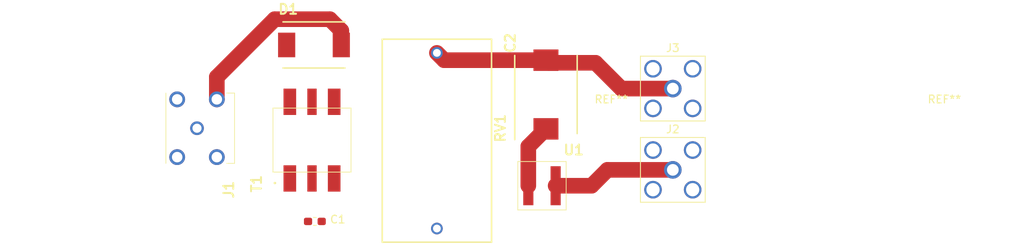
<source format=kicad_pcb>
(kicad_pcb (version 20171130) (host pcbnew "(5.1.6-0)")

  (general
    (thickness 1.6)
    (drawings 0)
    (tracks 16)
    (zones 0)
    (modules 11)
    (nets 9)
  )

  (page A4)
  (layers
    (0 F.Cu signal)
    (31 B.Cu signal)
    (32 B.Adhes user)
    (33 F.Adhes user)
    (34 B.Paste user)
    (35 F.Paste user)
    (36 B.SilkS user)
    (37 F.SilkS user)
    (38 B.Mask user)
    (39 F.Mask user)
    (40 Dwgs.User user)
    (41 Cmts.User user)
    (42 Eco1.User user)
    (43 Eco2.User user)
    (44 Edge.Cuts user)
    (45 Margin user)
    (46 B.CrtYd user)
    (47 F.CrtYd user)
    (48 B.Fab user)
    (49 F.Fab user)
  )

  (setup
    (last_trace_width 2)
    (user_trace_width 1)
    (user_trace_width 1.5)
    (user_trace_width 2)
    (user_trace_width 6)
    (trace_clearance 0.2)
    (zone_clearance 0.508)
    (zone_45_only no)
    (trace_min 0.2)
    (via_size 0.8)
    (via_drill 0.4)
    (via_min_size 0.4)
    (via_min_drill 0.3)
    (uvia_size 0.3)
    (uvia_drill 0.1)
    (uvias_allowed no)
    (uvia_min_size 0.2)
    (uvia_min_drill 0.1)
    (edge_width 0.05)
    (segment_width 0.2)
    (pcb_text_width 0.3)
    (pcb_text_size 1.5 1.5)
    (mod_edge_width 0.12)
    (mod_text_size 1 1)
    (mod_text_width 0.15)
    (pad_size 1.524 1.524)
    (pad_drill 0.762)
    (pad_to_mask_clearance 0.05)
    (aux_axis_origin 0 0)
    (visible_elements FFFFFF7F)
    (pcbplotparams
      (layerselection 0x010fc_ffffffff)
      (usegerberextensions false)
      (usegerberattributes true)
      (usegerberadvancedattributes true)
      (creategerberjobfile true)
      (excludeedgelayer true)
      (linewidth 0.100000)
      (plotframeref false)
      (viasonmask false)
      (mode 1)
      (useauxorigin false)
      (hpglpennumber 1)
      (hpglpenspeed 20)
      (hpglpendiameter 15.000000)
      (psnegative false)
      (psa4output false)
      (plotreference true)
      (plotvalue true)
      (plotinvisibletext false)
      (padsonsilk false)
      (subtractmaskfromsilk false)
      (outputformat 1)
      (mirror false)
      (drillshape 1)
      (scaleselection 1)
      (outputdirectory ""))
  )

  (net 0 "")
  (net 1 "Net-(C1-Pad2)")
  (net 2 "Net-(C1-Pad1)")
  (net 3 "Net-(C2-Pad2)")
  (net 4 "Net-(C2-Pad1)")
  (net 5 "Net-(J2-Pad1)")
  (net 6 "Net-(RV1-Pad1)")
  (net 7 "Net-(T1-Pad5)")
  (net 8 "Net-(T1-Pad2)")

  (net_class Default "This is the default net class."
    (clearance 0.2)
    (trace_width 0.25)
    (via_dia 0.8)
    (via_drill 0.4)
    (uvia_dia 0.3)
    (uvia_drill 0.1)
    (add_net "Net-(C1-Pad1)")
    (add_net "Net-(C1-Pad2)")
    (add_net "Net-(C2-Pad1)")
    (add_net "Net-(C2-Pad2)")
    (add_net "Net-(J2-Pad1)")
    (add_net "Net-(RV1-Pad1)")
    (add_net "Net-(T1-Pad2)")
    (add_net "Net-(T1-Pad5)")
  )

  (module GT07-110-013-Modifed:GT07110013 (layer F.Cu) (tedit 61D383FE) (tstamp 61CBAA04)
    (at 103.378 88.9 180)
    (descr GT07-110-013-3)
    (tags Transformer)
    (path /61A52B6B)
    (attr smd)
    (fp_text reference T1 (at 7.112 -5.588 270) (layer F.SilkS)
      (effects (font (size 1.27 1.27) (thickness 0.254)))
    )
    (fp_text value GT07-110-013 (at -7.62 0 270) (layer F.SilkS) hide
      (effects (font (size 1.27 1.27) (thickness 0.254)))
    )
    (fp_text user %R (at 7.112 -5.588 270) (layer F.Fab)
      (effects (font (size 1.27 1.27) (thickness 0.254)))
    )
    (fp_arc (start 4.75 -5.5) (end 4.7 -5.5) (angle -180) (layer F.SilkS) (width 0.2))
    (fp_arc (start 4.75 -5.5) (end 4.8 -5.5) (angle -180) (layer F.SilkS) (width 0.2))
    (fp_arc (start 4.75 -5.5) (end 4.7 -5.5) (angle -180) (layer F.SilkS) (width 0.2))
    (fp_line (start 4.7 -5.5) (end 4.7 -5.5) (layer F.SilkS) (width 0.2))
    (fp_line (start 4.8 -5.5) (end 4.8 -5.5) (layer F.SilkS) (width 0.2))
    (fp_line (start 4.7 -5.5) (end 4.7 -5.5) (layer F.SilkS) (width 0.2))
    (fp_line (start -6 7.6) (end -6 -7.6) (layer F.CrtYd) (width 0.1))
    (fp_line (start 6 7.6) (end -6 7.6) (layer F.CrtYd) (width 0.1))
    (fp_line (start 6 -7.6) (end 6 7.6) (layer F.CrtYd) (width 0.1))
    (fp_line (start -6 -7.6) (end 6 -7.6) (layer F.CrtYd) (width 0.1))
    (fp_line (start -5 4.1) (end -5 -4.1) (layer F.SilkS) (width 0.1))
    (fp_line (start 5 4.1) (end -5 4.1) (layer F.SilkS) (width 0.1))
    (fp_line (start 5 -4.1) (end 5 4.1) (layer F.SilkS) (width 0.1))
    (fp_line (start -5 -4.1) (end 5 -4.1) (layer F.SilkS) (width 0.1))
    (fp_line (start -5 -4.1) (end -5 4.1) (layer F.Fab) (width 0.2))
    (fp_line (start 5 -4.1) (end -5 -4.1) (layer F.Fab) (width 0.2))
    (fp_line (start 5 4.1) (end 5 -4.1) (layer F.Fab) (width 0.2))
    (fp_line (start -5 4.1) (end 5 4.1) (layer F.Fab) (width 0.2))
    (pad 1 smd rect (at 2.84 -4.91 180) (size 1.62 3.375) (layers F.Cu F.Paste F.Mask)
      (net 2 "Net-(C1-Pad1)"))
    (pad 2 smd rect (at 0 -4.91 180) (size 1.2 3.375) (layers F.Cu F.Paste F.Mask)
      (net 8 "Net-(T1-Pad2)"))
    (pad 3 smd rect (at -2.84 -4.91 180) (size 1.62 3.375) (layers F.Cu F.Paste F.Mask)
      (net 1 "Net-(C1-Pad2)"))
    (pad 4 smd rect (at -2.84 4.91 180) (size 1.62 3.375) (layers F.Cu F.Paste F.Mask)
      (net 5 "Net-(J2-Pad1)"))
    (pad 5 smd rect (at 0 4.91 180) (size 1.2 3.375) (layers F.Cu F.Paste F.Mask)
      (net 7 "Net-(T1-Pad5)"))
    (pad 6 smd rect (at 2.84 4.91 180) (size 1.62 3.375) (layers F.Cu F.Paste F.Mask)
      (net 3 "Net-(C2-Pad2)"))
  )

  (module MountingHole:MountingHole_2.7mm_M2.5 (layer F.Cu) (tedit 56D1B4CB) (tstamp 61CD39E2)
    (at 184.404 87.376)
    (descr "Mounting Hole 2.7mm, no annular, M2.5")
    (tags "mounting hole 2.7mm no annular m2.5")
    (fp_text reference REF** (at 0 -3.7) (layer F.SilkS)
      (effects (font (size 1 1) (thickness 0.15)))
    )
    (fp_text value MountingHole_2.7mm_M2.5 (at 0 3.7) (layer F.Fab)
      (effects (font (size 1 1) (thickness 0.15)))
    )
    (fp_text user %R (at 3.81 -3.556) (layer F.Fab)
      (effects (font (size 1 1) (thickness 0.15)))
    )
    (fp_circle (center 0 0) (end 2.7 0) (layer Cmts.User) (width 0.15))
    (fp_circle (center 0 0) (end 2.95 0) (layer F.CrtYd) (width 0.05))
    (pad 1 np_thru_hole circle (at 0 0) (size 2.7 2.7) (drill 2.7) (layers *.Cu *.Mask))
  )

  (module MountingHole:MountingHole_2.7mm_M2.5 (layer F.Cu) (tedit 56D1B4CB) (tstamp 61CD3A7E)
    (at 141.732 87.376)
    (descr "Mounting Hole 2.7mm, no annular, M2.5")
    (tags "mounting hole 2.7mm no annular m2.5")
    (fp_text reference REF** (at 0 -3.7) (layer F.SilkS)
      (effects (font (size 1 1) (thickness 0.15)))
    )
    (fp_text value MountingHole_2.7mm_M2.5 (at 0 3.7) (layer F.Fab)
      (effects (font (size 1 1) (thickness 0.15)))
    )
    (fp_text user %R (at 0 -3.81) (layer F.Fab)
      (effects (font (size 1 1) (thickness 0.15)))
    )
    (fp_circle (center 0 0) (end 2.7 0) (layer Cmts.User) (width 0.15))
    (fp_circle (center 0 0) (end 2.95 0) (layer F.CrtYd) (width 0.05))
    (pad 1 np_thru_hole circle (at 0 0) (size 2.7 2.7) (drill 2.7) (layers *.Cu *.Mask))
  )

  (module SL1002A600SP_kicad:SL1002A600SP (layer F.Cu) (tedit 61CA4AA8) (tstamp 61CBAA17)
    (at 132.842 94.742)
    (descr SL1002A600SP-1)
    (tags "Undefined or Miscellaneous")
    (path /61CA5911)
    (attr smd)
    (fp_text reference U1 (at 4.064 -4.572) (layer F.SilkS)
      (effects (font (size 1.27 1.27) (thickness 0.254)))
    )
    (fp_text value SL1002A600SP (at 0 5.08) (layer F.SilkS) hide
      (effects (font (size 1.27 1.27) (thickness 0.254)))
    )
    (fp_line (start -3.1 -3.1) (end 3.1 -3.1) (layer F.Fab) (width 0.2))
    (fp_line (start 3.1 -3.1) (end 3.1 3.1) (layer F.Fab) (width 0.2))
    (fp_line (start 3.1 3.1) (end -3.1 3.1) (layer F.Fab) (width 0.2))
    (fp_line (start -3.1 3.1) (end -3.1 -3.1) (layer F.Fab) (width 0.2))
    (fp_line (start -3.1 -3.1) (end 3.1 -3.1) (layer F.SilkS) (width 0.1))
    (fp_line (start 3.1 -3.1) (end 3.1 3.1) (layer F.SilkS) (width 0.1))
    (fp_line (start 3.1 3.1) (end -3.1 3.1) (layer F.SilkS) (width 0.1))
    (fp_line (start -3.1 3.1) (end -3.1 -3.1) (layer F.SilkS) (width 0.1))
    (fp_line (start -3.6 -3.6) (end 3.6 -3.6) (layer F.CrtYd) (width 0.1))
    (fp_line (start 3.6 -3.6) (end 3.6 3.6) (layer F.CrtYd) (width 0.1))
    (fp_line (start 3.6 3.6) (end -3.6 3.6) (layer F.CrtYd) (width 0.1))
    (fp_line (start -3.6 3.6) (end -3.6 -3.6) (layer F.CrtYd) (width 0.1))
    (fp_text user %R (at 0 0 180) (layer F.Fab)
      (effects (font (size 1.27 1.27) (thickness 0.254)))
    )
    (pad 2 smd rect (at 1.75 0) (size 1.3 5) (layers F.Cu F.Paste F.Mask)
      (net 5 "Net-(J2-Pad1)"))
    (pad 1 smd rect (at -1.75 0) (size 1.3 5) (layers F.Cu F.Paste F.Mask)
      (net 6 "Net-(RV1-Pad1)"))
    (model SL1002A600SP.stp
      (at (xyz 0 0 0))
      (scale (xyz 1 1 1))
      (rotate (xyz 0 0 0))
    )
  )

  (module VP4032K122R300_kicad:CAPPM10080X500N (layer F.Cu) (tedit 61CA4ACF) (tstamp 61CBA9E7)
    (at 133.35 83.058 90)
    (descr 4032)
    (tags Varistor)
    (path /61CA4EFC)
    (attr smd)
    (fp_text reference RV1 (at -4.318 -5.842 90) (layer F.SilkS)
      (effects (font (size 1.27 1.27) (thickness 0.254)))
    )
    (fp_text value VP4032K122R300 (at 0 6.35 90) (layer F.SilkS) hide
      (effects (font (size 1.27 1.27) (thickness 0.254)))
    )
    (fp_line (start -6.025 -4.45) (end 6.025 -4.45) (layer F.CrtYd) (width 0.05))
    (fp_line (start 6.025 -4.45) (end 6.025 4.45) (layer F.CrtYd) (width 0.05))
    (fp_line (start 6.025 4.45) (end -6.025 4.45) (layer F.CrtYd) (width 0.05))
    (fp_line (start -6.025 4.45) (end -6.025 -4.45) (layer F.CrtYd) (width 0.05))
    (fp_line (start -5 -4) (end 5 -4) (layer F.Fab) (width 0.1))
    (fp_line (start 5 -4) (end 5 4) (layer F.Fab) (width 0.1))
    (fp_line (start 5 4) (end -5 4) (layer F.Fab) (width 0.1))
    (fp_line (start -5 4) (end -5 -4) (layer F.Fab) (width 0.1))
    (fp_line (start -5 -2.625) (end -3.625 -4) (layer F.Fab) (width 0.1))
    (fp_line (start 5 -4) (end -5.775 -4) (layer F.SilkS) (width 0.2))
    (fp_line (start -5 4) (end 5 4) (layer F.SilkS) (width 0.2))
    (fp_text user %R (at -4.318 -5.842 90) (layer F.Fab)
      (effects (font (size 1.27 1.27) (thickness 0.254)))
    )
    (pad 2 smd rect (at 4.4 0 90) (size 2.75 3.2) (layers F.Cu F.Paste F.Mask)
      (net 4 "Net-(C2-Pad1)"))
    (pad 1 smd rect (at -4.4 0 90) (size 2.75 3.2) (layers F.Cu F.Paste F.Mask)
      (net 6 "Net-(RV1-Pad1)"))
    (model VP4032K122R300.stp
      (at (xyz 0 0 0))
      (scale (xyz 1 1 1))
      (rotate (xyz 0 0 0))
    )
  )

  (module Connector_Coaxial:SMA_Amphenol_132203-12_Horizontal (layer F.Cu) (tedit 5CF42CD6) (tstamp 61CBA9D5)
    (at 149.606 82.296 270)
    (descr https://www.amphenolrf.com/media/downloads/1769/132203-12.pdf)
    (tags "SMA THT Female Jack Horizontal")
    (path /61CBCE04)
    (fp_text reference J3 (at -5.2 0) (layer F.SilkS)
      (effects (font (size 1 1) (thickness 0.15)))
    )
    (fp_text value Conn_01x01 (at 0 5 90) (layer F.Fab)
      (effects (font (size 1 1) (thickness 0.15)))
    )
    (fp_line (start -3.175 -5.998) (end 3.175 -6.704) (layer F.Fab) (width 0.1))
    (fp_line (start -3.175 -6.704) (end 3.175 -7.41) (layer F.Fab) (width 0.1))
    (fp_line (start -3.175 -7.41) (end 3.175 -8.116) (layer F.Fab) (width 0.1))
    (fp_line (start -3.175 -8.116) (end 3.175 -8.822) (layer F.Fab) (width 0.1))
    (fp_line (start -3.175 -8.822) (end 3.175 -9.528) (layer F.Fab) (width 0.1))
    (fp_line (start -3.175 -9.528) (end 3.175 -10.234) (layer F.Fab) (width 0.1))
    (fp_line (start -3.175 -10.234) (end 3.175 -10.94) (layer F.Fab) (width 0.1))
    (fp_line (start -3.175 -10.94) (end 3.175 -11.646) (layer F.Fab) (width 0.1))
    (fp_line (start -3.175 -11.646) (end 3.175 -12.352) (layer F.Fab) (width 0.1))
    (fp_line (start -3.175 -12.352) (end 3.175 -13.058) (layer F.Fab) (width 0.1))
    (fp_line (start -3.175 -13.058) (end 3.175 -13.764) (layer F.Fab) (width 0.1))
    (fp_line (start -3.175 -13.764) (end 3.175 -14.47) (layer F.Fab) (width 0.1))
    (fp_line (start -3.175 -14.47) (end 3.175 -15.176) (layer F.Fab) (width 0.1))
    (fp_line (start -3.175 -15.176) (end 3.175 -15.882) (layer F.Fab) (width 0.1))
    (fp_line (start -3.175 -15.882) (end 3.175 -16.588) (layer F.Fab) (width 0.1))
    (fp_line (start -3.175 -16.588) (end 3.175 -17.294) (layer F.Fab) (width 0.1))
    (fp_line (start -3.175 -17.294) (end 3.175 -18) (layer F.Fab) (width 0.1))
    (fp_line (start 4.5 4.5) (end -4.5 4.5) (layer F.CrtYd) (width 0.05))
    (fp_line (start 4.5 4.5) (end 4.5 -20) (layer F.CrtYd) (width 0.05))
    (fp_line (start -4.5 -20) (end -4.5 4.5) (layer F.CrtYd) (width 0.05))
    (fp_line (start -4.5 -20) (end 4.5 -20) (layer F.CrtYd) (width 0.05))
    (fp_line (start -4 -4) (end -4 4) (layer F.Fab) (width 0.1))
    (fp_line (start -4 4) (end 4 4) (layer F.Fab) (width 0.1))
    (fp_line (start 4 -4) (end 4 4) (layer F.Fab) (width 0.1))
    (fp_line (start -4.15 -4.15) (end -4.15 4.15) (layer F.SilkS) (width 0.12))
    (fp_line (start 4.15 -4.15) (end 4.15 4.15) (layer F.SilkS) (width 0.12))
    (fp_line (start -4.15 4.15) (end 4.15 4.15) (layer F.SilkS) (width 0.12))
    (fp_line (start -4.15 -4.15) (end 4.15 -4.15) (layer F.SilkS) (width 0.12))
    (fp_line (start -3.175 -19.5) (end 3.175 -19.5) (layer F.Fab) (width 0.1))
    (fp_line (start -3.175 -19.5) (end -3.175 -5.07) (layer F.Fab) (width 0.1))
    (fp_line (start 3.175 -19.5) (end 3.175 -5.07) (layer F.Fab) (width 0.1))
    (fp_line (start 3.9 -4) (end 3.9 -5.07) (layer F.Fab) (width 0.1))
    (fp_line (start 3.9 -5.07) (end -3.9 -5.07) (layer F.Fab) (width 0.1))
    (fp_line (start -3.9 -5.07) (end -3.9 -4) (layer F.Fab) (width 0.1))
    (fp_line (start -4 -4) (end 4 -4) (layer F.Fab) (width 0.1))
    (fp_line (start -3.175 -18) (end 3.175 -18.706) (layer F.Fab) (width 0.1))
    (fp_text user %R (at 0 0 90) (layer F.Fab)
      (effects (font (size 1 1) (thickness 0.15)))
    )
    (pad 1 thru_hole circle (at 0 0 270) (size 2.25 2.25) (drill 1.5) (layers *.Cu *.Mask)
      (net 4 "Net-(C2-Pad1)"))
    (pad 2 thru_hole circle (at 2.54 2.54) (size 2.25 2.25) (drill 1.7) (layers *.Cu *.Mask))
    (pad 2 thru_hole circle (at 2.54 -2.54 270) (size 2.25 2.25) (drill 1.7) (layers *.Cu *.Mask))
    (pad 2 thru_hole circle (at -2.54 -2.54 270) (size 2.25 2.25) (drill 1.7) (layers *.Cu *.Mask))
    (pad 2 thru_hole circle (at -2.54 2.54 270) (size 2.25 2.25) (drill 1.7) (layers *.Cu *.Mask))
    (model ${KISYS3DMOD}/Connector_Coaxial.3dshapes/SMA_Amphenol_132203-12_Horizontal.wrl
      (at (xyz 0 0 0))
      (scale (xyz 1 1 1))
      (rotate (xyz 0 0 0))
    )
  )

  (module Connector_Coaxial:SMA_Amphenol_132203-12_Horizontal (layer F.Cu) (tedit 5CF42CD6) (tstamp 61CBA9A7)
    (at 149.606 92.71 270)
    (descr https://www.amphenolrf.com/media/downloads/1769/132203-12.pdf)
    (tags "SMA THT Female Jack Horizontal")
    (path /61CBC9A8)
    (fp_text reference J2 (at -5.2 0) (layer F.SilkS)
      (effects (font (size 1 1) (thickness 0.15)))
    )
    (fp_text value Conn_01x01 (at 0 5 90) (layer F.Fab)
      (effects (font (size 1 1) (thickness 0.15)))
    )
    (fp_line (start -3.175 -5.998) (end 3.175 -6.704) (layer F.Fab) (width 0.1))
    (fp_line (start -3.175 -6.704) (end 3.175 -7.41) (layer F.Fab) (width 0.1))
    (fp_line (start -3.175 -7.41) (end 3.175 -8.116) (layer F.Fab) (width 0.1))
    (fp_line (start -3.175 -8.116) (end 3.175 -8.822) (layer F.Fab) (width 0.1))
    (fp_line (start -3.175 -8.822) (end 3.175 -9.528) (layer F.Fab) (width 0.1))
    (fp_line (start -3.175 -9.528) (end 3.175 -10.234) (layer F.Fab) (width 0.1))
    (fp_line (start -3.175 -10.234) (end 3.175 -10.94) (layer F.Fab) (width 0.1))
    (fp_line (start -3.175 -10.94) (end 3.175 -11.646) (layer F.Fab) (width 0.1))
    (fp_line (start -3.175 -11.646) (end 3.175 -12.352) (layer F.Fab) (width 0.1))
    (fp_line (start -3.175 -12.352) (end 3.175 -13.058) (layer F.Fab) (width 0.1))
    (fp_line (start -3.175 -13.058) (end 3.175 -13.764) (layer F.Fab) (width 0.1))
    (fp_line (start -3.175 -13.764) (end 3.175 -14.47) (layer F.Fab) (width 0.1))
    (fp_line (start -3.175 -14.47) (end 3.175 -15.176) (layer F.Fab) (width 0.1))
    (fp_line (start -3.175 -15.176) (end 3.175 -15.882) (layer F.Fab) (width 0.1))
    (fp_line (start -3.175 -15.882) (end 3.175 -16.588) (layer F.Fab) (width 0.1))
    (fp_line (start -3.175 -16.588) (end 3.175 -17.294) (layer F.Fab) (width 0.1))
    (fp_line (start -3.175 -17.294) (end 3.175 -18) (layer F.Fab) (width 0.1))
    (fp_line (start 4.5 4.5) (end -4.5 4.5) (layer F.CrtYd) (width 0.05))
    (fp_line (start 4.5 4.5) (end 4.5 -20) (layer F.CrtYd) (width 0.05))
    (fp_line (start -4.5 -20) (end -4.5 4.5) (layer F.CrtYd) (width 0.05))
    (fp_line (start -4.5 -20) (end 4.5 -20) (layer F.CrtYd) (width 0.05))
    (fp_line (start -4 -4) (end -4 4) (layer F.Fab) (width 0.1))
    (fp_line (start -4 4) (end 4 4) (layer F.Fab) (width 0.1))
    (fp_line (start 4 -4) (end 4 4) (layer F.Fab) (width 0.1))
    (fp_line (start -4.15 -4.15) (end -4.15 4.15) (layer F.SilkS) (width 0.12))
    (fp_line (start 4.15 -4.15) (end 4.15 4.15) (layer F.SilkS) (width 0.12))
    (fp_line (start -4.15 4.15) (end 4.15 4.15) (layer F.SilkS) (width 0.12))
    (fp_line (start -4.15 -4.15) (end 4.15 -4.15) (layer F.SilkS) (width 0.12))
    (fp_line (start -3.175 -19.5) (end 3.175 -19.5) (layer F.Fab) (width 0.1))
    (fp_line (start -3.175 -19.5) (end -3.175 -5.07) (layer F.Fab) (width 0.1))
    (fp_line (start 3.175 -19.5) (end 3.175 -5.07) (layer F.Fab) (width 0.1))
    (fp_line (start 3.9 -4) (end 3.9 -5.07) (layer F.Fab) (width 0.1))
    (fp_line (start 3.9 -5.07) (end -3.9 -5.07) (layer F.Fab) (width 0.1))
    (fp_line (start -3.9 -5.07) (end -3.9 -4) (layer F.Fab) (width 0.1))
    (fp_line (start -4 -4) (end 4 -4) (layer F.Fab) (width 0.1))
    (fp_line (start -3.175 -18) (end 3.175 -18.706) (layer F.Fab) (width 0.1))
    (fp_text user %R (at 0 0 90) (layer F.Fab)
      (effects (font (size 1 1) (thickness 0.15)))
    )
    (pad 1 thru_hole circle (at 0 0 270) (size 2.25 2.25) (drill 1.5) (layers *.Cu *.Mask)
      (net 5 "Net-(J2-Pad1)"))
    (pad 2 thru_hole circle (at 2.54 2.54) (size 2.25 2.25) (drill 1.7) (layers *.Cu *.Mask))
    (pad 2 thru_hole circle (at 2.54 -2.54 270) (size 2.25 2.25) (drill 1.7) (layers *.Cu *.Mask))
    (pad 2 thru_hole circle (at -2.54 -2.54 270) (size 2.25 2.25) (drill 1.7) (layers *.Cu *.Mask))
    (pad 2 thru_hole circle (at -2.54 2.54 270) (size 2.25 2.25) (drill 1.7) (layers *.Cu *.Mask))
    (model ${KISYS3DMOD}/Connector_Coaxial.3dshapes/SMA_Amphenol_132203-12_Horizontal.wrl
      (at (xyz 0 0 0))
      (scale (xyz 1 1 1))
      (rotate (xyz 0 0 0))
    )
  )

  (module BNC5-J-P-GN-RA-BH2D_kicad:BNC5JPGNRABH2D (layer F.Cu) (tedit 61CA4B07) (tstamp 61CBA979)
    (at 88.646 87.376 90)
    (descr BNC5-J-P-GN-RA-BH2D-2)
    (tags Connector)
    (path /61CAB142)
    (fp_text reference J1 (at -7.874 4.064 90) (layer F.SilkS)
      (effects (font (size 1.27 1.27) (thickness 0.254)))
    )
    (fp_text value BNC5-J-P-GN-RA-BH2D (at 0 -14.732) (layer F.SilkS) hide
      (effects (font (size 1.27 1.27) (thickness 0.254)))
    )
    (fp_line (start -4.5 -3.99) (end 4.5 -3.99) (layer F.Fab) (width 0.2))
    (fp_line (start 4.5 -3.99) (end 4.5 4.81) (layer F.Fab) (width 0.2))
    (fp_line (start 4.5 4.81) (end -4.5 4.81) (layer F.Fab) (width 0.2))
    (fp_line (start -4.5 4.81) (end -4.5 -3.99) (layer F.Fab) (width 0.2))
    (fp_line (start -5.712 -25.19) (end 5.713 -25.19) (layer F.CrtYd) (width 0.1))
    (fp_line (start 5.713 -25.19) (end 5.713 5.81) (layer F.CrtYd) (width 0.1))
    (fp_line (start 5.713 5.81) (end -5.712 5.81) (layer F.CrtYd) (width 0.1))
    (fp_line (start -5.712 5.81) (end -5.712 -25.19) (layer F.CrtYd) (width 0.1))
    (fp_line (start -3.7 -3.99) (end -3.7 -24.19) (layer F.Fab) (width 0.2))
    (fp_line (start -3.7 -24.19) (end 3.7 -24.19) (layer F.Fab) (width 0.2))
    (fp_line (start 3.7 -24.19) (end 3.7 -3.99) (layer F.Fab) (width 0.2))
    (fp_line (start -4.5 -3.99) (end 4.5 -3.99) (layer F.SilkS) (width 0.1))
    (fp_line (start -4.5 3.81) (end -4.5 4.81) (layer F.SilkS) (width 0.1))
    (fp_line (start -4.5 4.81) (end 4.5 4.81) (layer F.SilkS) (width 0.1))
    (fp_line (start 4.5 4.81) (end 4.5 3.81) (layer F.SilkS) (width 0.1))
    (fp_text user %R (at -7.874 4.064 90) (layer F.Fab)
      (effects (font (size 1.27 1.27) (thickness 0.254)))
    )
    (pad 5 thru_hole circle (at 3.7 -2.54 90) (size 2.025 2.025) (drill 1.35) (layers *.Cu *.Mask)
      (net 2 "Net-(C1-Pad1)"))
    (pad 4 thru_hole circle (at 3.7 2.54 90) (size 2.025 2.025) (drill 1.35) (layers *.Cu *.Mask)
      (net 2 "Net-(C1-Pad1)"))
    (pad 3 thru_hole circle (at -3.7 2.54 90) (size 2.025 2.025) (drill 1.35) (layers *.Cu *.Mask)
      (net 2 "Net-(C1-Pad1)"))
    (pad 2 thru_hole circle (at -3.7 -2.54 90) (size 2.025 2.025) (drill 1.35) (layers *.Cu *.Mask)
      (net 2 "Net-(C1-Pad1)"))
    (pad 1 thru_hole circle (at 0 0 90) (size 1.755 1.755) (drill 1.17) (layers *.Cu *.Mask)
      (net 1 "Net-(C1-Pad2)"))
  )

  (module SMCJ5:DIONM7959X262N (layer F.Cu) (tedit 61CA4ABA) (tstamp 61CBA960)
    (at 103.632 76.708)
    (descr "SMC (DO-214AB)")
    (tags "TVS Diode (Uni-directional)")
    (path /61CA90D0)
    (attr smd)
    (fp_text reference D1 (at -3.302 -4.572) (layer F.SilkS)
      (effects (font (size 1.27 1.27) (thickness 0.254)))
    )
    (fp_text value SMCJ5.0A (at 0 5.08) (layer F.SilkS) hide
      (effects (font (size 1.27 1.27) (thickness 0.254)))
    )
    (fp_line (start -4.85 -3.36) (end 4.85 -3.36) (layer F.CrtYd) (width 0.05))
    (fp_line (start 4.85 -3.36) (end 4.85 3.36) (layer F.CrtYd) (width 0.05))
    (fp_line (start 4.85 3.36) (end -4.85 3.36) (layer F.CrtYd) (width 0.05))
    (fp_line (start -4.85 3.36) (end -4.85 -3.36) (layer F.CrtYd) (width 0.05))
    (fp_line (start -3.97 -2.952) (end 3.97 -2.952) (layer F.Fab) (width 0.1))
    (fp_line (start 3.97 -2.952) (end 3.97 2.952) (layer F.Fab) (width 0.1))
    (fp_line (start 3.97 2.952) (end -3.97 2.952) (layer F.Fab) (width 0.1))
    (fp_line (start -3.97 2.952) (end -3.97 -2.952) (layer F.Fab) (width 0.1))
    (fp_line (start 3.97 -2.952) (end -3.97 -2.952) (layer F.SilkS) (width 0.2))
    (fp_line (start -3.97 2.952) (end 3.97 2.952) (layer F.SilkS) (width 0.2))
    (fp_text user %R (at -3.302 -4.572) (layer F.Fab)
      (effects (font (size 1.27 1.27) (thickness 0.254)))
    )
    (pad 2 smd rect (at 3.5 0) (size 2.2 3.15) (layers F.Cu F.Paste F.Mask)
      (net 2 "Net-(C1-Pad1)"))
    (pad 1 smd rect (at -3.5 0) (size 2.2 3.15) (layers F.Cu F.Paste F.Mask)
      (net 1 "Net-(C1-Pad2)"))
    (model SMCJ5.0A.stp
      (at (xyz 0 0 0))
      (scale (xyz 1 1 1))
      (rotate (xyz 0 0 0))
    )
  )

  (module ECQ-UBAF4747K_kicad:ECQUBAF474K (layer F.Cu) (tedit 61CA4AF2) (tstamp 61CBA94F)
    (at 119.38 77.724 270)
    (descr ECQ-UBAF474K-3)
    (tags Capacitor)
    (path /61CAD9E9)
    (fp_text reference C2 (at -1.27 -9.398 90) (layer F.SilkS)
      (effects (font (size 1.27 1.27) (thickness 0.254)))
    )
    (fp_text value ECQ-UBAF474K (at 10.922 0 90) (layer F.SilkS) hide
      (effects (font (size 1.27 1.27) (thickness 0.254)))
    )
    (fp_line (start -1.75 -7) (end 24.25 -7) (layer F.Fab) (width 0.1))
    (fp_line (start 24.25 -7) (end 24.25 7) (layer F.Fab) (width 0.1))
    (fp_line (start 24.25 7) (end -1.75 7) (layer F.Fab) (width 0.1))
    (fp_line (start -1.75 7) (end -1.75 -7) (layer F.Fab) (width 0.1))
    (fp_line (start -1.75 -7) (end 24.25 -7) (layer F.SilkS) (width 0.2))
    (fp_line (start 24.25 -7) (end 24.25 7) (layer F.SilkS) (width 0.2))
    (fp_line (start 24.25 7) (end -1.75 7) (layer F.SilkS) (width 0.2))
    (fp_line (start -1.75 7) (end -1.75 -7) (layer F.SilkS) (width 0.2))
    (fp_line (start -2.75 -8) (end 25.25 -8) (layer F.CrtYd) (width 0.1))
    (fp_line (start 25.25 -8) (end 25.25 8) (layer F.CrtYd) (width 0.1))
    (fp_line (start 25.25 8) (end -2.75 8) (layer F.CrtYd) (width 0.1))
    (fp_line (start -2.75 8) (end -2.75 -8) (layer F.CrtYd) (width 0.1))
    (fp_text user %R (at -1.27 -9.398 90) (layer F.Fab)
      (effects (font (size 1.27 1.27) (thickness 0.254)))
    )
    (pad 2 thru_hole circle (at 22.5 0 270) (size 1.5 1.5) (drill 1) (layers *.Cu *.Mask)
      (net 3 "Net-(C2-Pad2)"))
    (pad 1 thru_hole circle (at 0 0 270) (size 1.5 1.5) (drill 1) (layers *.Cu *.Mask)
      (net 4 "Net-(C2-Pad1)"))
    (model ECQ-UBAF474K.stp
      (at (xyz 0 0 0))
      (scale (xyz 1 1 1))
      (rotate (xyz 0 0 0))
    )
  )

  (module Capacitor_SMD:C_0603_1608Metric_Pad1.05x0.95mm_HandSolder (layer F.Cu) (tedit 5B301BBE) (tstamp 61CBA93C)
    (at 103.745 99.314)
    (descr "Capacitor SMD 0603 (1608 Metric), square (rectangular) end terminal, IPC_7351 nominal with elongated pad for handsoldering. (Body size source: http://www.tortai-tech.com/upload/download/2011102023233369053.pdf), generated with kicad-footprint-generator")
    (tags "capacitor handsolder")
    (path /619514BE)
    (attr smd)
    (fp_text reference C1 (at 2.935 -0.254) (layer F.SilkS)
      (effects (font (size 1 1) (thickness 0.15)))
    )
    (fp_text value 220pF (at 0 1.43) (layer F.Fab)
      (effects (font (size 1 1) (thickness 0.15)))
    )
    (fp_line (start 1.65 0.73) (end -1.65 0.73) (layer F.CrtYd) (width 0.05))
    (fp_line (start 1.65 -0.73) (end 1.65 0.73) (layer F.CrtYd) (width 0.05))
    (fp_line (start -1.65 -0.73) (end 1.65 -0.73) (layer F.CrtYd) (width 0.05))
    (fp_line (start -1.65 0.73) (end -1.65 -0.73) (layer F.CrtYd) (width 0.05))
    (fp_line (start -0.171267 0.51) (end 0.171267 0.51) (layer F.SilkS) (width 0.12))
    (fp_line (start -0.171267 -0.51) (end 0.171267 -0.51) (layer F.SilkS) (width 0.12))
    (fp_line (start 0.8 0.4) (end -0.8 0.4) (layer F.Fab) (width 0.1))
    (fp_line (start 0.8 -0.4) (end 0.8 0.4) (layer F.Fab) (width 0.1))
    (fp_line (start -0.8 -0.4) (end 0.8 -0.4) (layer F.Fab) (width 0.1))
    (fp_line (start -0.8 0.4) (end -0.8 -0.4) (layer F.Fab) (width 0.1))
    (fp_text user %R (at 0 0) (layer F.Fab)
      (effects (font (size 0.4 0.4) (thickness 0.06)))
    )
    (pad 2 smd roundrect (at 0.875 0) (size 1.05 0.95) (layers F.Cu F.Paste F.Mask) (roundrect_rratio 0.25)
      (net 1 "Net-(C1-Pad2)"))
    (pad 1 smd roundrect (at -0.875 0) (size 1.05 0.95) (layers F.Cu F.Paste F.Mask) (roundrect_rratio 0.25)
      (net 2 "Net-(C1-Pad1)"))
    (model ${KISYS3DMOD}/Capacitor_SMD.3dshapes/C_0603_1608Metric.wrl
      (at (xyz 0 0 0))
      (scale (xyz 1 1 1))
      (rotate (xyz 0 0 0))
    )
  )

  (segment (start 107.132 76.708) (end 107.132 74.874) (width 2) (layer F.Cu) (net 2))
  (segment (start 107.132 74.874) (end 105.664 73.406) (width 2) (layer F.Cu) (net 2))
  (segment (start 91.186 80.818998) (end 91.186 83.676) (width 2) (layer F.Cu) (net 2))
  (segment (start 105.664 73.406) (end 98.598998 73.406) (width 2) (layer F.Cu) (net 2))
  (segment (start 98.598998 73.406) (end 91.186 80.818998) (width 2) (layer F.Cu) (net 2))
  (segment (start 120.314 78.658) (end 119.38 77.724) (width 2) (layer F.Cu) (net 4))
  (segment (start 133.35 78.658) (end 120.314 78.658) (width 2) (layer F.Cu) (net 4))
  (segment (start 149.606 82.296) (end 143.002 82.296) (width 2) (layer F.Cu) (net 4))
  (segment (start 143.002 82.296) (end 139.7 78.994) (width 2) (layer F.Cu) (net 4))
  (segment (start 133.686 78.994) (end 133.35 78.658) (width 2) (layer F.Cu) (net 4))
  (segment (start 139.7 78.994) (end 133.686 78.994) (width 2) (layer F.Cu) (net 4))
  (segment (start 149.606 92.71) (end 141.224 92.71) (width 2) (layer F.Cu) (net 5))
  (segment (start 139.192 94.742) (end 134.592 94.742) (width 2) (layer F.Cu) (net 5))
  (segment (start 141.224 92.71) (end 139.192 94.742) (width 2) (layer F.Cu) (net 5))
  (segment (start 131.092 89.716) (end 131.092 94.742) (width 2) (layer F.Cu) (net 6))
  (segment (start 133.35 87.458) (end 131.092 89.716) (width 2) (layer F.Cu) (net 6))

)

</source>
